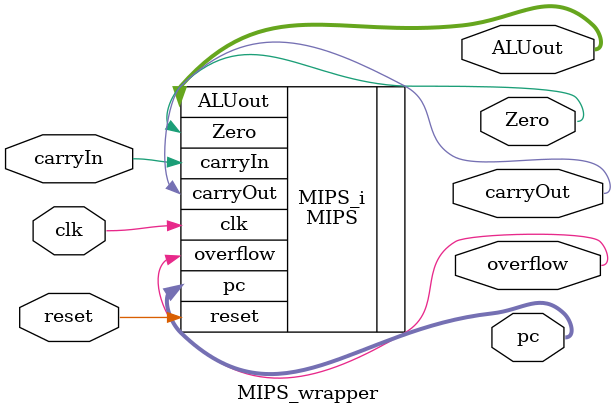
<source format=v>
`timescale 1 ps / 1 ps

module MIPS_wrapper
   (ALUout,
    Zero,
    carryIn,
    carryOut,
    clk,
    overflow,
    pc,
    reset);
  output [31:0]ALUout;
  output Zero;
  input carryIn;
  output carryOut;
  input clk;
  output overflow;
  output [4:0]pc;
  input reset;

  wire [31:0]ALUout;
  wire Zero;
  wire carryIn;
  wire carryOut;
  wire clk;
  wire overflow;
  wire [4:0]pc;
  wire reset;

  MIPS MIPS_i
       (.ALUout(ALUout),
        .Zero(Zero),
        .carryIn(carryIn),
        .carryOut(carryOut),
        .clk(clk),
        .overflow(overflow),
        .pc(pc),
        .reset(reset));
endmodule

</source>
